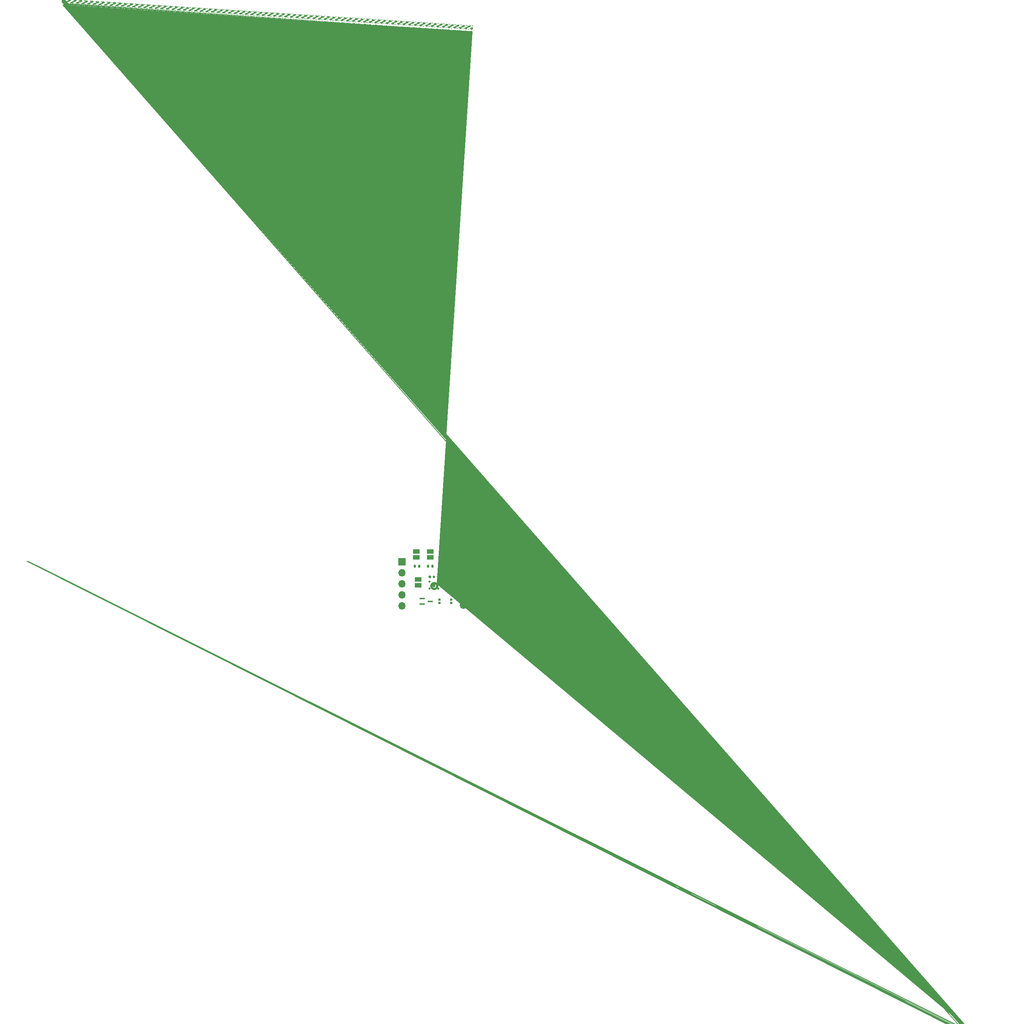
<source format=gbr>
%TF.GenerationSoftware,KiCad,Pcbnew,7.0.1-0*%
%TF.CreationDate,2023-04-11T15:49:42+08:00*%
%TF.ProjectId,firstproject,66697273-7470-4726-9f6a-6563742e6b69,rev?*%
%TF.SameCoordinates,Original*%
%TF.FileFunction,Soldermask,Top*%
%TF.FilePolarity,Negative*%
%FSLAX46Y46*%
G04 Gerber Fmt 4.6, Leading zero omitted, Abs format (unit mm)*
G04 Created by KiCad (PCBNEW 7.0.1-0) date 2023-04-11 15:49:42*
%MOMM*%
%LPD*%
G01*
G04 APERTURE LIST*
G04 Aperture macros list*
%AMRoundRect*
0 Rectangle with rounded corners*
0 $1 Rounding radius*
0 $2 $3 $4 $5 $6 $7 $8 $9 X,Y pos of 4 corners*
0 Add a 4 corners polygon primitive as box body*
4,1,4,$2,$3,$4,$5,$6,$7,$8,$9,$2,$3,0*
0 Add four circle primitives for the rounded corners*
1,1,$1+$1,$2,$3*
1,1,$1+$1,$4,$5*
1,1,$1+$1,$6,$7*
1,1,$1+$1,$8,$9*
0 Add four rect primitives between the rounded corners*
20,1,$1+$1,$2,$3,$4,$5,0*
20,1,$1+$1,$4,$5,$6,$7,0*
20,1,$1+$1,$6,$7,$8,$9,0*
20,1,$1+$1,$8,$9,$2,$3,0*%
%AMFreePoly0*
4,1,454,-0.508878,1.163999,-0.508758,1.163946,-0.508635,1.163987,-0.467635,1.160987,-0.467454,1.160896,-0.467258,1.160945,-0.427259,1.154945,-0.427202,1.154910,-0.427138,1.154925,-0.387138,1.147925,-0.386976,1.147822,-0.386787,1.147851,-0.346787,1.137851,-0.346721,1.137802,-0.346643,1.137812,-0.307642,1.126812,-0.307496,1.126697,-0.307311,1.126706,-0.268310,1.112706,-0.268229,1.112633,
-0.268121,1.112634,-0.231121,1.097634,-0.230991,1.097506,-0.230813,1.097496,-0.193813,1.079496,-0.193716,1.079387,-0.193572,1.079371,-0.157571,1.059371,-0.157514,1.059299,-0.157428,1.059287,-0.122427,1.038287,-0.122318,1.038141,-0.122141,1.038102,-0.089141,1.015102,-0.089083,1.015011,-0.088981,1.014985,-0.055981,0.989986,-0.055913,0.989870,-0.055787,0.989831,-0.024787,0.963831,
-0.024721,0.963704,-0.024588,0.963655,0.005412,0.935655,0.005488,0.935488,0.005655,0.935412,0.033656,0.905411,0.033705,0.905278,0.033831,0.905213,0.059831,0.874213,0.059871,0.874085,0.059985,0.874019,0.084985,0.841020,0.085012,0.840916,0.085102,0.840859,0.108102,0.807859,0.108141,0.807680,0.108287,0.807572,0.129288,0.772572,0.129301,0.772483,0.129371,0.772428,
0.149371,0.736428,0.149387,0.736283,0.149496,0.736187,0.167496,0.699187,0.167506,0.699008,0.167634,0.698879,0.182634,0.661878,0.182633,0.661769,0.182706,0.661689,0.196706,0.622689,0.196697,0.622502,0.196812,0.622357,0.207812,0.583357,0.207802,0.583278,0.207851,0.583213,0.217851,0.543213,0.217822,0.543023,0.217925,0.542862,0.224925,0.502862,0.224910,0.502798,
0.224945,0.502742,0.230945,0.462742,0.230896,0.462545,0.230987,0.462365,0.233987,0.421364,0.233946,0.421240,0.233999,0.421122,0.234999,0.380122,0.234975,0.380060,0.235000,0.380000,0.234975,0.379939,0.234999,0.379878,0.233999,0.338878,0.233946,0.338759,0.233987,0.338636,0.230987,0.297635,0.230896,0.297454,0.230945,0.297258,0.224945,0.257258,0.224910,0.257201,
0.224925,0.257138,0.217925,0.217138,0.217822,0.216976,0.217851,0.216787,0.207851,0.176787,0.207802,0.176721,0.207812,0.176643,0.196812,0.137643,0.196697,0.137497,0.196706,0.137311,0.182706,0.098311,0.182633,0.098230,0.182634,0.098122,0.167634,0.061121,0.167506,0.060991,0.167496,0.060813,0.149496,0.023813,0.149387,0.023716,0.149371,0.023572,0.129371,-0.012428,
0.129301,-0.012483,0.129288,-0.012572,0.108287,-0.047572,0.108141,-0.047680,0.108102,-0.047859,0.085102,-0.080859,0.085012,-0.080916,0.084985,-0.081020,0.059985,-0.114019,0.059871,-0.114085,0.059831,-0.114213,0.033831,-0.145213,0.033705,-0.145278,0.033656,-0.145411,0.005655,-0.175412,0.005488,-0.175488,0.005412,-0.175655,-0.024588,-0.203655,-0.024721,-0.203704,-0.024787,-0.203831,
-0.055787,-0.229831,-0.055913,-0.229870,-0.055981,-0.229986,-0.088981,-0.254985,-0.089083,-0.255011,-0.089141,-0.255102,-0.122141,-0.278102,-0.122318,-0.278141,-0.122427,-0.278287,-0.157428,-0.299287,-0.157514,-0.299299,-0.157571,-0.299371,-0.193572,-0.319371,-0.193716,-0.319387,-0.193813,-0.319496,-0.230813,-0.337496,-0.230991,-0.337506,-0.231121,-0.337634,-0.268121,-0.352634,-0.268229,-0.352633,
-0.268310,-0.352706,-0.307311,-0.366706,-0.307496,-0.366697,-0.307642,-0.366812,-0.346643,-0.377812,-0.346721,-0.377802,-0.346787,-0.377851,-0.386787,-0.387851,-0.386976,-0.387822,-0.387138,-0.387925,-0.427138,-0.394925,-0.427202,-0.394910,-0.427259,-0.394945,-0.467258,-0.400945,-0.467454,-0.400896,-0.467635,-0.400987,-0.508635,-0.403987,-0.508758,-0.403946,-0.508878,-0.403999,-0.549878,-0.404999,
-0.550000,-0.404951,-0.550122,-0.404999,-0.591122,-0.403999,-0.591240,-0.403946,-0.591364,-0.403987,-0.632365,-0.400987,-0.632545,-0.400896,-0.632742,-0.400945,-0.672742,-0.394945,-0.672798,-0.394910,-0.672862,-0.394925,-0.712862,-0.387925,-0.713023,-0.387822,-0.713213,-0.387851,-0.753213,-0.377851,-0.753278,-0.377802,-0.753357,-0.377812,-0.792357,-0.366812,-0.792502,-0.366697,-0.792689,-0.366706,
-0.831689,-0.352706,-0.831769,-0.352633,-0.831878,-0.352634,-0.868879,-0.337634,-0.869008,-0.337506,-0.869187,-0.337496,-0.906187,-0.319496,-0.906283,-0.319387,-0.906428,-0.319371,-0.942428,-0.299371,-0.942483,-0.299301,-0.942572,-0.299288,-0.977572,-0.278287,-0.977680,-0.278141,-0.977859,-0.278102,-1.010859,-0.255102,-1.010916,-0.255012,-1.011020,-0.254985,-1.044019,-0.229985,-1.044085,-0.229871,
-1.044213,-0.229831,-1.075213,-0.203831,-1.075278,-0.203705,-1.075411,-0.203656,-1.105412,-0.175655,-1.105488,-0.175488,-1.105655,-0.175412,-1.133655,-0.145412,-1.133704,-0.145278,-1.133831,-0.145213,-1.159831,-0.114213,-1.159870,-0.114086,-1.159986,-0.114019,-1.184985,-0.081019,-1.185011,-0.080916,-1.185102,-0.080859,-1.208102,-0.047859,-1.208141,-0.047681,-1.208287,-0.047573,-1.229287,-0.012572,
-1.229299,-0.012485,-1.229371,-0.012429,-1.249371,0.023572,-1.249387,0.023716,-1.249496,0.023813,-1.267496,0.060813,-1.267506,0.060991,-1.267634,0.061121,-1.282634,0.098121,-1.282633,0.098229,-1.282706,0.098310,-1.296706,0.137311,-1.296697,0.137496,-1.296812,0.137642,-1.307812,0.176643,-1.307802,0.176721,-1.307851,0.176787,-1.317851,0.216787,-1.317822,0.216976,-1.317925,0.217138,
-1.324925,0.257138,-1.324910,0.257202,-1.324945,0.257259,-1.330945,0.297258,-1.330896,0.297454,-1.330987,0.297635,-1.333987,0.338635,-1.333946,0.338758,-1.333999,0.338878,-1.334999,0.379878,-1.334952,0.380000,-1.334971,0.380049,-1.024994,0.380049,-1.022021,0.330501,-1.015091,0.281000,-1.002239,0.233549,-0.984427,0.187041,-0.961679,0.142533,-0.933957,0.100949,-0.903268,0.062340,
-0.867664,0.026735,-0.829055,-0.003953,-0.787466,-0.031679,-0.742962,-0.054426,-0.696450,-0.072239,-0.648999,-0.085091,-0.599497,-0.092021,-0.549999,-0.094991,-0.500501,-0.092021,-0.451000,-0.085091,-0.403549,-0.072239,-0.357041,-0.054427,-0.312533,-0.031679,-0.270949,-0.003957,-0.232340,0.026731,-0.196735,0.062335,-0.166046,0.100944,-0.138320,0.142533,-0.115573,0.187037,-0.097760,0.233549,
-0.084908,0.281000,-0.077978,0.330502,-0.075005,0.380049,-0.075992,0.404702,-0.077976,0.429512,-0.080951,0.454302,-0.084901,0.478990,-0.090829,0.502702,-0.097745,0.526413,-0.106681,0.550244,-0.115587,0.573003,-0.126459,0.595734,-0.138319,0.617479,-0.151161,0.638224,-0.166039,0.659052,-0.180916,0.678888,-0.196691,0.697620,-0.232391,0.733319,-0.251120,0.749090,-0.270947,0.763960,
-0.291775,0.778838,-0.312507,0.791671,-0.334265,0.803540,-0.356996,0.814412,-0.379756,0.823318,-0.403586,0.832254,-0.427303,0.839171,-0.451009,0.845098,-0.475697,0.849048,-0.500489,0.852023,-0.525298,0.854007,-0.550000,0.854996,-0.574702,0.854007,-0.599512,0.852023,-0.624302,0.849048,-0.648990,0.845098,-0.672702,0.839170,-0.696413,0.832254,-0.720244,0.823318,-0.743003,0.814412,
-0.765734,0.803540,-0.787479,0.791680,-0.808224,0.778838,-0.829051,0.763961,-0.848888,0.749083,-0.867620,0.733308,-0.903319,0.697608,-0.919090,0.678879,-0.933961,0.659051,-0.948838,0.638224,-0.961671,0.617492,-0.973540,0.595734,-0.984412,0.573003,-0.993318,0.550244,-1.002254,0.526413,-1.009171,0.502696,-1.015098,0.478990,-1.019048,0.454303,-1.022023,0.429509,-1.024007,0.404702,
-1.024994,0.380049,-1.334971,0.380049,-1.334999,0.380122,-1.333999,0.421122,-1.333946,0.421241,-1.333987,0.421365,-1.330987,0.462365,-1.330896,0.462545,-1.330945,0.462742,-1.324945,0.502741,-1.324910,0.502797,-1.324925,0.502862,-1.317925,0.542862,-1.317822,0.543023,-1.317851,0.543213,-1.307851,0.583213,-1.307802,0.583278,-1.307812,0.583357,-1.296812,0.622358,-1.296697,0.622503,
-1.296706,0.622689,-1.282706,0.661690,-1.282633,0.661770,-1.282634,0.661879,-1.267634,0.698879,-1.267506,0.699008,-1.267496,0.699187,-1.249496,0.736187,-1.249387,0.736283,-1.249371,0.736428,-1.229371,0.772429,-1.229299,0.772485,-1.229287,0.772572,-1.208287,0.807573,-1.208141,0.807681,-1.208102,0.807859,-1.185102,0.840859,-1.185011,0.840916,-1.184985,0.841019,-1.159986,0.874019,
-1.159870,0.874086,-1.159831,0.874213,-1.133831,0.905213,-1.133704,0.905278,-1.133655,0.905412,-1.105655,0.935412,-1.105488,0.935488,-1.105412,0.935655,-1.075411,0.963656,-1.075278,0.963705,-1.075213,0.963831,-1.044213,0.989831,-1.044085,0.989871,-1.044019,0.989985,-1.011020,1.014985,-1.010916,1.015012,-1.010859,1.015102,-0.977859,1.038102,-0.977680,1.038141,-0.977572,1.038287,
-0.942572,1.059288,-0.942483,1.059301,-0.942428,1.059371,-0.906428,1.079371,-0.906283,1.079387,-0.906187,1.079496,-0.869187,1.097496,-0.869008,1.097506,-0.868879,1.097634,-0.831878,1.112634,-0.831769,1.112633,-0.831689,1.112706,-0.792689,1.126706,-0.792502,1.126697,-0.792357,1.126812,-0.753357,1.137812,-0.753278,1.137802,-0.753213,1.137851,-0.713213,1.147851,-0.713023,1.147822,
-0.712862,1.147925,-0.672862,1.154925,-0.672798,1.154910,-0.672742,1.154945,-0.632742,1.160945,-0.632545,1.160896,-0.632365,1.160987,-0.591364,1.163987,-0.591240,1.163946,-0.591122,1.163999,-0.550122,1.164999,-0.549999,1.164951,-0.549878,1.164999,-0.508878,1.163999,-0.508878,1.163999,$1*%
G04 Aperture macros list end*
%ADD10C,0.010000*%
%ADD11R,1.500000X1.000000*%
%ADD12R,1.700000X1.700000*%
%ADD13O,1.700000X1.700000*%
%ADD14RoundRect,0.218750X-0.218750X-0.256250X0.218750X-0.256250X0.218750X0.256250X-0.218750X0.256250X0*%
%ADD15RoundRect,0.140000X0.170000X-0.140000X0.170000X0.140000X-0.170000X0.140000X-0.170000X-0.140000X0*%
%ADD16RoundRect,0.135000X0.135000X0.185000X-0.135000X0.185000X-0.135000X-0.185000X0.135000X-0.185000X0*%
%ADD17RoundRect,0.218750X0.218750X0.256250X-0.218750X0.256250X-0.218750X-0.256250X0.218750X-0.256250X0*%
%ADD18RoundRect,0.140000X-0.170000X0.140000X-0.170000X-0.140000X0.170000X-0.140000X0.170000X0.140000X0*%
%ADD19RoundRect,0.135000X-0.135000X-0.185000X0.135000X-0.185000X0.135000X0.185000X-0.135000X0.185000X0*%
%ADD20R,1.168400X0.457200*%
%ADD21R,0.550000X0.550000*%
%ADD22C,0.750000*%
%ADD23C,0.650000*%
%ADD24C,0.460000*%
%ADD25C,0.600000*%
%ADD26FreePoly0,0.000000*%
G04 APERTURE END LIST*
%TO.C,MK1*%
D10*
X130167000Y-94483000D02*
X130166000Y-94529000D01*
X130162000Y-94575000D01*
X130156000Y-94621000D01*
X130148000Y-94666000D01*
X130137000Y-94711000D01*
X130124000Y-94755000D01*
X130109000Y-94798000D01*
X130091000Y-94841000D01*
X130071000Y-94883000D01*
X130049000Y-94923000D01*
X130025000Y-94962000D01*
X129999000Y-95000000D01*
X129971000Y-95037000D01*
X129941000Y-95072000D01*
X129909000Y-95105000D01*
X129876000Y-95137000D01*
X129841000Y-95167000D01*
X129804000Y-95195000D01*
X129766000Y-95221000D01*
X129727000Y-95245000D01*
X129687000Y-95267000D01*
X129645000Y-95287000D01*
X129602000Y-95305000D01*
X129559000Y-95320000D01*
X129515000Y-95333000D01*
X129470000Y-95344000D01*
X129425000Y-95352000D01*
X129379000Y-95358000D01*
X129333000Y-95362000D01*
X129287000Y-95363000D01*
X129241000Y-95362000D01*
X129195000Y-95358000D01*
X129149000Y-95352000D01*
X129104000Y-95344000D01*
X129059000Y-95333000D01*
X129015000Y-95320000D01*
X128972000Y-95305000D01*
X128929000Y-95287000D01*
X128887000Y-95267000D01*
X128847000Y-95245000D01*
X128808000Y-95221000D01*
X128770000Y-95195000D01*
X128733000Y-95167000D01*
X128698000Y-95137000D01*
X128665000Y-95105000D01*
X128633000Y-95072000D01*
X128603000Y-95037000D01*
X128575000Y-95000000D01*
X128549000Y-94962000D01*
X128525000Y-94923000D01*
X128503000Y-94883000D01*
X128483000Y-94841000D01*
X128465000Y-94798000D01*
X128450000Y-94755000D01*
X128437000Y-94711000D01*
X128426000Y-94666000D01*
X128418000Y-94621000D01*
X128412000Y-94575000D01*
X128408000Y-94529000D01*
X128407000Y-94483000D01*
X128807000Y-94483000D01*
X128810000Y-94533000D01*
X128817000Y-94583000D01*
X128830000Y-94631000D01*
X128848000Y-94678000D01*
X128871000Y-94723000D01*
X128899000Y-94765000D01*
X128930000Y-94804000D01*
X128966000Y-94840000D01*
X129005000Y-94871000D01*
X129047000Y-94899000D01*
X129092000Y-94922000D01*
X129139000Y-94940000D01*
X129187000Y-94953000D01*
X129237000Y-94960000D01*
X129287000Y-94963000D01*
X129337000Y-94960000D01*
X129387000Y-94953000D01*
X129435000Y-94940000D01*
X129482000Y-94922000D01*
X129527000Y-94899000D01*
X129569000Y-94871000D01*
X129608000Y-94840000D01*
X129644000Y-94804000D01*
X129675000Y-94765000D01*
X129703000Y-94723000D01*
X129726000Y-94678000D01*
X129744000Y-94631000D01*
X129757000Y-94583000D01*
X129764000Y-94533000D01*
X129767000Y-94483000D01*
X129766000Y-94458000D01*
X129764000Y-94433000D01*
X129761000Y-94408000D01*
X129757000Y-94383000D01*
X129751000Y-94359000D01*
X129744000Y-94335000D01*
X129735000Y-94311000D01*
X129726000Y-94288000D01*
X129715000Y-94265000D01*
X129703000Y-94243000D01*
X129690000Y-94222000D01*
X129675000Y-94201000D01*
X129660000Y-94181000D01*
X129644000Y-94162000D01*
X129626000Y-94144000D01*
X129608000Y-94126000D01*
X129589000Y-94110000D01*
X129569000Y-94095000D01*
X129548000Y-94080000D01*
X129527000Y-94067000D01*
X129505000Y-94055000D01*
X129482000Y-94044000D01*
X129459000Y-94035000D01*
X129435000Y-94026000D01*
X129411000Y-94019000D01*
X129387000Y-94013000D01*
X129362000Y-94009000D01*
X129337000Y-94006000D01*
X129312000Y-94004000D01*
X129287000Y-94003000D01*
X129262000Y-94004000D01*
X129237000Y-94006000D01*
X129212000Y-94009000D01*
X129187000Y-94013000D01*
X129163000Y-94019000D01*
X129139000Y-94026000D01*
X129115000Y-94035000D01*
X129092000Y-94044000D01*
X129069000Y-94055000D01*
X129047000Y-94067000D01*
X129026000Y-94080000D01*
X129005000Y-94095000D01*
X128985000Y-94110000D01*
X128966000Y-94126000D01*
X128948000Y-94144000D01*
X128930000Y-94162000D01*
X128914000Y-94181000D01*
X128899000Y-94201000D01*
X128884000Y-94222000D01*
X128871000Y-94243000D01*
X128859000Y-94265000D01*
X128848000Y-94288000D01*
X128839000Y-94311000D01*
X128830000Y-94335000D01*
X128823000Y-94359000D01*
X128817000Y-94383000D01*
X128813000Y-94408000D01*
X128810000Y-94433000D01*
X128808000Y-94458000D01*
X128807000Y-94483000D01*
X128407000Y-94483000D01*
X128408000Y-94437000D01*
X128412000Y-94391000D01*
X128418000Y-94345000D01*
X128426000Y-94300000D01*
X128437000Y-94255000D01*
X128450000Y-94211000D01*
X128465000Y-94168000D01*
X128483000Y-94125000D01*
X128503000Y-94083000D01*
X128525000Y-94043000D01*
X128549000Y-94004000D01*
X128575000Y-93966000D01*
X128603000Y-93929000D01*
X128633000Y-93894000D01*
X128665000Y-93861000D01*
X128698000Y-93829000D01*
X128733000Y-93799000D01*
X128770000Y-93771000D01*
X128808000Y-93745000D01*
X128847000Y-93721000D01*
X128887000Y-93699000D01*
X128929000Y-93679000D01*
X128972000Y-93661000D01*
X129015000Y-93646000D01*
X129059000Y-93633000D01*
X129104000Y-93622000D01*
X129149000Y-93614000D01*
X129195000Y-93608000D01*
X129241000Y-93604000D01*
X129287000Y-93603000D01*
X129333000Y-93604000D01*
X129379000Y-93608000D01*
X129425000Y-93614000D01*
X129470000Y-93622000D01*
X129515000Y-93633000D01*
X129559000Y-93646000D01*
X129602000Y-93661000D01*
X129645000Y-93679000D01*
X129687000Y-93699000D01*
X129727000Y-93721000D01*
X129766000Y-93745000D01*
X129804000Y-93771000D01*
X129841000Y-93799000D01*
X129876000Y-93829000D01*
X129909000Y-93861000D01*
X129941000Y-93894000D01*
X129971000Y-93929000D01*
X129999000Y-93966000D01*
X130025000Y-94004000D01*
X130049000Y-94043000D01*
X130071000Y-94083000D01*
X130091000Y-94125000D01*
X130109000Y-94168000D01*
X130124000Y-94211000D01*
X130137000Y-94255000D01*
X130148000Y-94300000D01*
X130156000Y-94345000D01*
X130162000Y-94391000D01*
X130166000Y-94437000D01*
X130167000Y-94483000D01*
G36*
X130167000Y-94483000D02*
G01*
X130166000Y-94529000D01*
X130162000Y-94575000D01*
X130156000Y-94621000D01*
X130148000Y-94666000D01*
X130137000Y-94711000D01*
X130124000Y-94755000D01*
X130109000Y-94798000D01*
X130091000Y-94841000D01*
X130071000Y-94883000D01*
X130049000Y-94923000D01*
X130025000Y-94962000D01*
X129999000Y-95000000D01*
X129971000Y-95037000D01*
X129941000Y-95072000D01*
X129909000Y-95105000D01*
X129876000Y-95137000D01*
X129841000Y-95167000D01*
X129804000Y-95195000D01*
X129766000Y-95221000D01*
X129727000Y-95245000D01*
X129687000Y-95267000D01*
X129645000Y-95287000D01*
X129602000Y-95305000D01*
X129559000Y-95320000D01*
X129515000Y-95333000D01*
X129470000Y-95344000D01*
X129425000Y-95352000D01*
X129379000Y-95358000D01*
X129333000Y-95362000D01*
X129287000Y-95363000D01*
X129241000Y-95362000D01*
X129195000Y-95358000D01*
X129149000Y-95352000D01*
X129104000Y-95344000D01*
X129059000Y-95333000D01*
X129015000Y-95320000D01*
X128972000Y-95305000D01*
X128929000Y-95287000D01*
X128887000Y-95267000D01*
X128847000Y-95245000D01*
X128808000Y-95221000D01*
X128770000Y-95195000D01*
X128733000Y-95167000D01*
X128698000Y-95137000D01*
X128665000Y-95105000D01*
X128633000Y-95072000D01*
X128603000Y-95037000D01*
X128575000Y-95000000D01*
X128549000Y-94962000D01*
X128525000Y-94923000D01*
X128503000Y-94883000D01*
X128483000Y-94841000D01*
X128465000Y-94798000D01*
X128450000Y-94755000D01*
X128437000Y-94711000D01*
X128426000Y-94666000D01*
X128418000Y-94621000D01*
X128412000Y-94575000D01*
X128408000Y-94529000D01*
X128407000Y-94483000D01*
X128807000Y-94483000D01*
X128810000Y-94533000D01*
X128817000Y-94583000D01*
X128830000Y-94631000D01*
X128848000Y-94678000D01*
X128871000Y-94723000D01*
X128899000Y-94765000D01*
X128930000Y-94804000D01*
X128966000Y-94840000D01*
X129005000Y-94871000D01*
X129047000Y-94899000D01*
X129092000Y-94922000D01*
X129139000Y-94940000D01*
X129187000Y-94953000D01*
X129237000Y-94960000D01*
X129287000Y-94963000D01*
X129337000Y-94960000D01*
X129387000Y-94953000D01*
X129435000Y-94940000D01*
X129482000Y-94922000D01*
X129527000Y-94899000D01*
X129569000Y-94871000D01*
X129608000Y-94840000D01*
X129644000Y-94804000D01*
X129675000Y-94765000D01*
X129703000Y-94723000D01*
X129726000Y-94678000D01*
X129744000Y-94631000D01*
X129757000Y-94583000D01*
X129764000Y-94533000D01*
X129767000Y-94483000D01*
X129766000Y-94458000D01*
X129764000Y-94433000D01*
X129761000Y-94408000D01*
X129757000Y-94383000D01*
X129751000Y-94359000D01*
X129744000Y-94335000D01*
X129735000Y-94311000D01*
X129726000Y-94288000D01*
X129715000Y-94265000D01*
X129703000Y-94243000D01*
X129690000Y-94222000D01*
X129675000Y-94201000D01*
X129660000Y-94181000D01*
X129644000Y-94162000D01*
X129626000Y-94144000D01*
X129608000Y-94126000D01*
X129589000Y-94110000D01*
X129569000Y-94095000D01*
X129548000Y-94080000D01*
X129527000Y-94067000D01*
X129505000Y-94055000D01*
X129482000Y-94044000D01*
X129459000Y-94035000D01*
X129435000Y-94026000D01*
X129411000Y-94019000D01*
X129387000Y-94013000D01*
X129362000Y-94009000D01*
X129337000Y-94006000D01*
X129312000Y-94004000D01*
X129287000Y-94003000D01*
X129262000Y-94004000D01*
X129237000Y-94006000D01*
X129212000Y-94009000D01*
X129187000Y-94013000D01*
X129163000Y-94019000D01*
X129139000Y-94026000D01*
X129115000Y-94035000D01*
X129092000Y-94044000D01*
X129069000Y-94055000D01*
X129047000Y-94067000D01*
X129026000Y-94080000D01*
X129005000Y-94095000D01*
X128985000Y-94110000D01*
X128966000Y-94126000D01*
X128948000Y-94144000D01*
X128930000Y-94162000D01*
X128914000Y-94181000D01*
X128899000Y-94201000D01*
X128884000Y-94222000D01*
X128871000Y-94243000D01*
X128859000Y-94265000D01*
X128848000Y-94288000D01*
X128839000Y-94311000D01*
X128830000Y-94335000D01*
X128823000Y-94359000D01*
X128817000Y-94383000D01*
X128813000Y-94408000D01*
X128810000Y-94433000D01*
X128808000Y-94458000D01*
X128807000Y-94483000D01*
X128407000Y-94483000D01*
X128408000Y-94437000D01*
X128412000Y-94391000D01*
X128418000Y-94345000D01*
X128426000Y-94300000D01*
X128437000Y-94255000D01*
X128450000Y-94211000D01*
X128465000Y-94168000D01*
X128483000Y-94125000D01*
X128503000Y-94083000D01*
X128525000Y-94043000D01*
X128549000Y-94004000D01*
X128575000Y-93966000D01*
X128603000Y-93929000D01*
X128633000Y-93894000D01*
X128665000Y-93861000D01*
X128698000Y-93829000D01*
X128733000Y-93799000D01*
X128770000Y-93771000D01*
X128808000Y-93745000D01*
X128847000Y-93721000D01*
X128887000Y-93699000D01*
X128929000Y-93679000D01*
X128972000Y-93661000D01*
X129015000Y-93646000D01*
X129059000Y-93633000D01*
X129104000Y-93622000D01*
X129149000Y-93614000D01*
X129195000Y-93608000D01*
X129241000Y-93604000D01*
X129287000Y-93603000D01*
X129333000Y-93604000D01*
X129379000Y-93608000D01*
X129425000Y-93614000D01*
X129470000Y-93622000D01*
X129515000Y-93633000D01*
X129559000Y-93646000D01*
X129602000Y-93661000D01*
X129645000Y-93679000D01*
X129687000Y-93699000D01*
X129727000Y-93721000D01*
X129766000Y-93745000D01*
X129804000Y-93771000D01*
X129841000Y-93799000D01*
X129876000Y-93829000D01*
X129909000Y-93861000D01*
X129941000Y-93894000D01*
X129971000Y-93929000D01*
X129999000Y-93966000D01*
X130025000Y-94004000D01*
X130049000Y-94043000D01*
X130071000Y-94083000D01*
X130091000Y-94125000D01*
X130109000Y-94168000D01*
X130124000Y-94211000D01*
X130137000Y-94255000D01*
X130148000Y-94300000D01*
X130156000Y-94345000D01*
X130162000Y-94391000D01*
X130166000Y-94437000D01*
X130167000Y-94483000D01*
G37*
%TD*%
D11*
%TO.C,JP1*%
X125222000Y-87884000D03*
X125222000Y-86584000D03*
%TD*%
D12*
%TO.C,J1*%
X136017000Y-93853000D03*
D13*
X136017000Y-96393000D03*
X136017000Y-98933000D03*
%TD*%
D14*
%TO.C,D2*%
X135204000Y-85929000D03*
X136779000Y-85929000D03*
%TD*%
D15*
%TO.C,C1*%
X132461000Y-95575000D03*
X132461000Y-94615000D03*
%TD*%
D16*
%TO.C,R2*%
X125857000Y-89916000D03*
X124837000Y-89916000D03*
%TD*%
D17*
%TO.C,D1*%
X136779000Y-88519000D03*
X135204000Y-88519000D03*
%TD*%
D11*
%TO.C,JP4*%
X131572000Y-87899000D03*
X131572000Y-86599000D03*
%TD*%
D16*
%TO.C,R3*%
X132080000Y-89916000D03*
X131060000Y-89916000D03*
%TD*%
D18*
%TO.C,C2*%
X132461000Y-92075000D03*
X132461000Y-93035000D03*
%TD*%
D12*
%TO.C,J2*%
X121920000Y-88900000D03*
D13*
X121920000Y-91440000D03*
X121920000Y-93980000D03*
X121920000Y-96520000D03*
X121920000Y-99060000D03*
%TD*%
D19*
%TO.C,R1*%
X127885000Y-89916000D03*
X128905000Y-89916000D03*
%TD*%
D11*
%TO.C,JP2*%
X125604000Y-93018000D03*
X125604000Y-94318000D03*
%TD*%
%TO.C,JP3*%
X128397000Y-87884000D03*
X128397000Y-86584000D03*
%TD*%
D20*
%TO.C,U1*%
X126517400Y-97383600D03*
X126517400Y-98704400D03*
X128397000Y-98044000D03*
%TD*%
D21*
%TO.C,S1*%
X133206000Y-98387600D03*
X133206000Y-97637600D03*
X130556000Y-98387600D03*
X130556000Y-97637600D03*
%TD*%
D16*
%TO.C,R4*%
X136501500Y-90755000D03*
X135481500Y-90755000D03*
%TD*%
D22*
%TO.C,MK1*%
X129287000Y-94483000D03*
D23*
X128322000Y-92383000D03*
D24*
X128272000Y-93483000D03*
X128272000Y-95123000D03*
X130302000Y-95123000D03*
X130302000Y-93483000D03*
D23*
X130252000Y-92383000D03*
D25*
X129287000Y-92383000D03*
D26*
X129837000Y-94863000D03*
%TD*%
M02*

</source>
